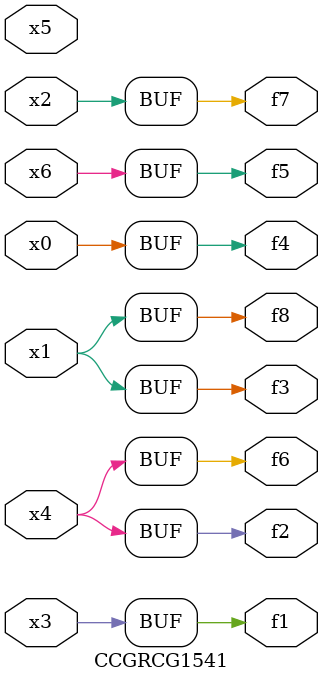
<source format=v>
module CCGRCG1541(
	input x0, x1, x2, x3, x4, x5, x6,
	output f1, f2, f3, f4, f5, f6, f7, f8
);
	assign f1 = x3;
	assign f2 = x4;
	assign f3 = x1;
	assign f4 = x0;
	assign f5 = x6;
	assign f6 = x4;
	assign f7 = x2;
	assign f8 = x1;
endmodule

</source>
